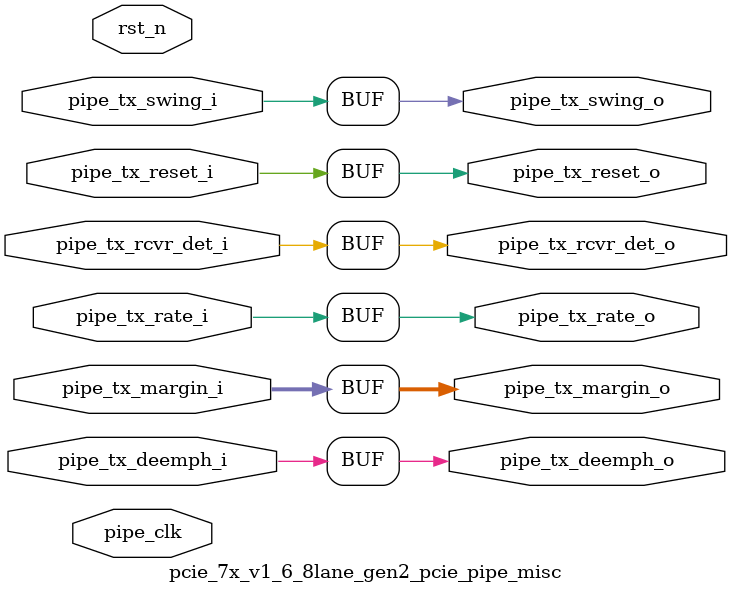
<source format=v>

`timescale 1ps/1ps

module pcie_7x_v1_6_8lane_gen2_pcie_pipe_misc #
(
    parameter        PIPE_PIPELINE_STAGES = 0    // 0 - 0 stages, 1 - 1 stage, 2 - 2 stages
)
(

    input   wire        pipe_tx_rcvr_det_i       ,     // PIPE Tx Receiver Detect
    input   wire        pipe_tx_reset_i          ,     // PIPE Tx Reset
    input   wire        pipe_tx_rate_i           ,     // PIPE Tx Rate
    input   wire        pipe_tx_deemph_i         ,     // PIPE Tx Deemphasis
    input   wire [2:0]  pipe_tx_margin_i         ,     // PIPE Tx Margin
    input   wire        pipe_tx_swing_i          ,     // PIPE Tx Swing

    output  wire        pipe_tx_rcvr_det_o       ,     // Pipelined PIPE Tx Receiver Detect
    output  wire        pipe_tx_reset_o          ,     // Pipelined PIPE Tx Reset
    output  wire        pipe_tx_rate_o           ,     // Pipelined PIPE Tx Rate
    output  wire        pipe_tx_deemph_o         ,     // Pipelined PIPE Tx Deemphasis
    output  wire [2:0]  pipe_tx_margin_o         ,     // Pipelined PIPE Tx Margin
    output  wire        pipe_tx_swing_o          ,     // Pipelined PIPE Tx Swing

    input   wire        pipe_clk                ,      // PIPE Clock
    input   wire        rst_n                          // Reset
);

//******************************************************************//
// Reality check.                                                   //
//******************************************************************//

    parameter TCQ  = 1;      // clock to out delay model

    reg                pipe_tx_rcvr_det_q       ;
    reg                pipe_tx_reset_q          ;
    reg                pipe_tx_rate_q           ;
    reg                pipe_tx_deemph_q         ;
    reg [2:0]          pipe_tx_margin_q         ;
    reg                pipe_tx_swing_q          ;

    reg                pipe_tx_rcvr_det_qq      ;
    reg                pipe_tx_reset_qq         ;
    reg                pipe_tx_rate_qq          ;
    reg                pipe_tx_deemph_qq        ;
    reg [2:0]          pipe_tx_margin_qq        ;
    reg                pipe_tx_swing_qq         ;

    generate

    if (PIPE_PIPELINE_STAGES == 0) begin : pipe_stages_0

        assign pipe_tx_rcvr_det_o = pipe_tx_rcvr_det_i;
        assign pipe_tx_reset_o  = pipe_tx_reset_i;
        assign pipe_tx_rate_o = pipe_tx_rate_i;
        assign pipe_tx_deemph_o = pipe_tx_deemph_i;
        assign pipe_tx_margin_o = pipe_tx_margin_i;
        assign pipe_tx_swing_o = pipe_tx_swing_i;

    end // if (PIPE_PIPELINE_STAGES == 0)
    else if (PIPE_PIPELINE_STAGES == 1) begin : pipe_stages_1

        always @(posedge pipe_clk) begin

        if (rst_n)
        begin

            pipe_tx_rcvr_det_q <= #TCQ 0;
            pipe_tx_reset_q  <= #TCQ 1'b1;
            pipe_tx_rate_q <= #TCQ 0;
            pipe_tx_deemph_q <= #TCQ 1'b1;
            pipe_tx_margin_q <= #TCQ 0;
            pipe_tx_swing_q <= #TCQ 0;

        end
        else
        begin

            pipe_tx_rcvr_det_q <= #TCQ pipe_tx_rcvr_det_i;
            pipe_tx_reset_q  <= #TCQ pipe_tx_reset_i;
            pipe_tx_rate_q <= #TCQ pipe_tx_rate_i;
            pipe_tx_deemph_q <= #TCQ pipe_tx_deemph_i;
            pipe_tx_margin_q <= #TCQ pipe_tx_margin_i;
            pipe_tx_swing_q <= #TCQ pipe_tx_swing_i;

          end

        end

        assign pipe_tx_rcvr_det_o = pipe_tx_rcvr_det_q;
        assign pipe_tx_reset_o  = pipe_tx_reset_q;
        assign pipe_tx_rate_o = pipe_tx_rate_q;
        assign pipe_tx_deemph_o = pipe_tx_deemph_q;
        assign pipe_tx_margin_o = pipe_tx_margin_q;
        assign pipe_tx_swing_o = pipe_tx_swing_q;

    end // if (PIPE_PIPELINE_STAGES == 1)
    else if (PIPE_PIPELINE_STAGES == 2) begin : pipe_stages_2

        always @(posedge pipe_clk) begin

        if (rst_n)
        begin

            pipe_tx_rcvr_det_q <= #TCQ 0;
            pipe_tx_reset_q  <= #TCQ 1'b1;
            pipe_tx_rate_q <= #TCQ 0;
            pipe_tx_deemph_q <= #TCQ 1'b1;
            pipe_tx_margin_q <= #TCQ 0;
            pipe_tx_swing_q <= #TCQ 0;

            pipe_tx_rcvr_det_qq <= #TCQ 0;
            pipe_tx_reset_qq  <= #TCQ 1'b1;
            pipe_tx_rate_qq <= #TCQ 0;
            pipe_tx_deemph_qq <= #TCQ 1'b1;
            pipe_tx_margin_qq <= #TCQ 0;
            pipe_tx_swing_qq <= #TCQ 0;

        end
        else
        begin

            pipe_tx_rcvr_det_q <= #TCQ pipe_tx_rcvr_det_i;
            pipe_tx_reset_q  <= #TCQ pipe_tx_reset_i;
            pipe_tx_rate_q <= #TCQ pipe_tx_rate_i;
            pipe_tx_deemph_q <= #TCQ pipe_tx_deemph_i;
            pipe_tx_margin_q <= #TCQ pipe_tx_margin_i;
            pipe_tx_swing_q <= #TCQ pipe_tx_swing_i;

            pipe_tx_rcvr_det_qq <= #TCQ pipe_tx_rcvr_det_q;
            pipe_tx_reset_qq  <= #TCQ pipe_tx_reset_q;
            pipe_tx_rate_qq <= #TCQ pipe_tx_rate_q;
            pipe_tx_deemph_qq <= #TCQ pipe_tx_deemph_q;
            pipe_tx_margin_qq <= #TCQ pipe_tx_margin_q;
            pipe_tx_swing_qq <= #TCQ pipe_tx_swing_q;

          end

        end

        assign pipe_tx_rcvr_det_o = pipe_tx_rcvr_det_qq;
        assign pipe_tx_reset_o  = pipe_tx_reset_qq;
        assign pipe_tx_rate_o = pipe_tx_rate_qq;
        assign pipe_tx_deemph_o = pipe_tx_deemph_qq;
        assign pipe_tx_margin_o = pipe_tx_margin_qq;
        assign pipe_tx_swing_o = pipe_tx_swing_qq;

    end // if (PIPE_PIPELINE_STAGES == 2)

    endgenerate

endmodule


</source>
